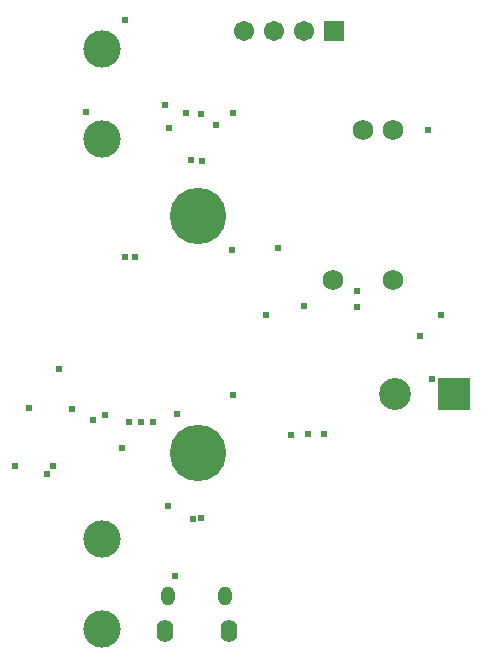
<source format=gbs>
G04*
G04 #@! TF.GenerationSoftware,Altium Limited,Altium Designer,21.6.1 (37)*
G04*
G04 Layer_Color=16711935*
%FSLAX44Y44*%
%MOMM*%
G71*
G04*
G04 #@! TF.SameCoordinates,4F178BE9-AC55-4CEC-B3A2-6D2310684F74*
G04*
G04*
G04 #@! TF.FilePolarity,Negative*
G04*
G01*
G75*
%ADD87O,1.4032X1.9032*%
%ADD88O,1.2032X1.6032*%
%ADD89C,1.7272*%
%ADD90R,2.7032X2.7032*%
%ADD91C,2.7032*%
%ADD92C,1.7032*%
%ADD93R,1.7032X1.7032*%
%ADD94C,3.1532*%
%ADD95C,4.7752*%
%ADD96C,0.6096*%
D87*
X277250Y30100D02*
D03*
X222750D02*
D03*
D88*
X274250Y60400D02*
D03*
X225750D02*
D03*
D89*
X416400Y328000D02*
D03*
X365600D02*
D03*
X391000Y455000D02*
D03*
X416400D02*
D03*
D90*
X468000Y231000D02*
D03*
D91*
X418000D02*
D03*
D92*
X290200Y538000D02*
D03*
X341000D02*
D03*
X315600D02*
D03*
D93*
X366400D02*
D03*
D94*
X170000Y447350D02*
D03*
Y523550D02*
D03*
X170000Y108650D02*
D03*
Y32450D02*
D03*
D95*
X251300Y181500D02*
D03*
Y381500D02*
D03*
D96*
X254000Y126412D02*
D03*
X247000Y125000D02*
D03*
X232000Y77000D02*
D03*
X281000Y469000D02*
D03*
X241221Y469221D02*
D03*
X233213Y214421D02*
D03*
X226571Y456571D02*
D03*
X254559Y428582D02*
D03*
X280000Y353000D02*
D03*
X203000Y207000D02*
D03*
X213000D02*
D03*
X162291Y209291D02*
D03*
X192280Y207202D02*
D03*
X172619Y213375D02*
D03*
X189000Y347000D02*
D03*
X197666D02*
D03*
X319000Y355000D02*
D03*
X122971Y163115D02*
D03*
X96204Y169986D02*
D03*
X226000Y136000D02*
D03*
X266000Y459000D02*
D03*
X386000Y318000D02*
D03*
X330000Y196000D02*
D03*
X223000Y476000D02*
D03*
X133000Y252000D02*
D03*
X156000Y470000D02*
D03*
X449000Y244000D02*
D03*
X245000Y429000D02*
D03*
X144000Y218000D02*
D03*
X187000Y185000D02*
D03*
X358000Y197000D02*
D03*
X386000Y305000D02*
D03*
X341000Y306000D02*
D03*
X189000Y548000D02*
D03*
X253500Y468000D02*
D03*
X128000Y170000D02*
D03*
X344000Y197000D02*
D03*
X108000Y219000D02*
D03*
X309000Y298000D02*
D03*
X281000Y230000D02*
D03*
X457000Y298000D02*
D03*
X439000Y280000D02*
D03*
X446000Y455000D02*
D03*
M02*

</source>
